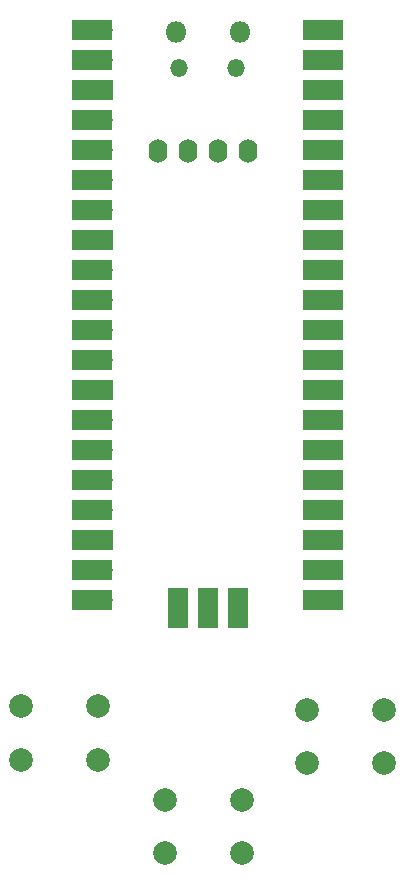
<source format=gbr>
%TF.GenerationSoftware,KiCad,Pcbnew,7.0.10+dfsg-1*%
%TF.CreationDate,2024-01-31T12:43:45+01:00*%
%TF.ProjectId,pcb_chibi,7063625f-6368-4696-9269-2e6b69636164,rev?*%
%TF.SameCoordinates,Original*%
%TF.FileFunction,Soldermask,Bot*%
%TF.FilePolarity,Negative*%
%FSLAX46Y46*%
G04 Gerber Fmt 4.6, Leading zero omitted, Abs format (unit mm)*
G04 Created by KiCad (PCBNEW 7.0.10+dfsg-1) date 2024-01-31 12:43:45*
%MOMM*%
%LPD*%
G01*
G04 APERTURE LIST*
%ADD10C,2.000000*%
%ADD11O,1.600000X2.000000*%
%ADD12R,1.700000X3.500000*%
%ADD13O,1.700000X1.700000*%
%ADD14R,1.700000X1.700000*%
%ADD15R,3.500000X1.700000*%
%ADD16O,1.800000X1.800000*%
%ADD17O,1.500000X1.500000*%
G04 APERTURE END LIST*
D10*
%TO.C,SW1*%
X122555000Y-134040000D03*
X116055000Y-134040000D03*
X122555000Y-129540000D03*
X116055000Y-129540000D03*
%TD*%
%TO.C,SW3*%
X146760000Y-134330000D03*
X140260000Y-134330000D03*
X146760000Y-129830000D03*
X140260000Y-129830000D03*
%TD*%
D11*
%TO.C,Display*%
X135255000Y-82550000D03*
X132715000Y-82550000D03*
X130175000Y-82550000D03*
X127635000Y-82550000D03*
%TD*%
D10*
%TO.C,SW2*%
X134695000Y-141950000D03*
X128195000Y-141950000D03*
X134695000Y-137450000D03*
X128195000Y-137450000D03*
%TD*%
D12*
%TO.C,Pico*%
X129295000Y-121235000D03*
D13*
X129295000Y-120335000D03*
D12*
X131835000Y-121235000D03*
D14*
X131835000Y-120335000D03*
D12*
X134375000Y-121235000D03*
D13*
X134375000Y-120335000D03*
D15*
X122045000Y-72305000D03*
D13*
X122945000Y-72305000D03*
D15*
X122045000Y-74845000D03*
D13*
X122945000Y-74845000D03*
D15*
X122045000Y-77385000D03*
D14*
X122945000Y-77385000D03*
D15*
X122045000Y-79925000D03*
D13*
X122945000Y-79925000D03*
D15*
X122045000Y-82465000D03*
D13*
X122945000Y-82465000D03*
D15*
X122045000Y-85005000D03*
D13*
X122945000Y-85005000D03*
D15*
X122045000Y-87545000D03*
D13*
X122945000Y-87545000D03*
D15*
X122045000Y-90085000D03*
D14*
X122945000Y-90085000D03*
D15*
X122045000Y-92625000D03*
D13*
X122945000Y-92625000D03*
D15*
X122045000Y-95165000D03*
D13*
X122945000Y-95165000D03*
D15*
X122045000Y-97705000D03*
D13*
X122945000Y-97705000D03*
D15*
X122045000Y-100245000D03*
D13*
X122945000Y-100245000D03*
D15*
X122045000Y-102785000D03*
D14*
X122945000Y-102785000D03*
D15*
X122045000Y-105325000D03*
D13*
X122945000Y-105325000D03*
D15*
X122045000Y-107865000D03*
D13*
X122945000Y-107865000D03*
D15*
X122045000Y-110405000D03*
D13*
X122945000Y-110405000D03*
D15*
X122045000Y-112945000D03*
D13*
X122945000Y-112945000D03*
D15*
X122045000Y-115485000D03*
D14*
X122945000Y-115485000D03*
D15*
X122045000Y-118025000D03*
D13*
X122945000Y-118025000D03*
D15*
X122045000Y-120565000D03*
D13*
X122945000Y-120565000D03*
D15*
X141625000Y-120565000D03*
D13*
X140725000Y-120565000D03*
D15*
X141625000Y-118025000D03*
D13*
X140725000Y-118025000D03*
D15*
X141625000Y-115485000D03*
D14*
X140725000Y-115485000D03*
D15*
X141625000Y-112945000D03*
D13*
X140725000Y-112945000D03*
D15*
X141625000Y-110405000D03*
D13*
X140725000Y-110405000D03*
D15*
X141625000Y-107865000D03*
D13*
X140725000Y-107865000D03*
D15*
X141625000Y-105325000D03*
D13*
X140725000Y-105325000D03*
D15*
X141625000Y-102785000D03*
D14*
X140725000Y-102785000D03*
D15*
X141625000Y-100245000D03*
D13*
X140725000Y-100245000D03*
D15*
X141625000Y-97705000D03*
D13*
X140725000Y-97705000D03*
D15*
X141625000Y-95165000D03*
D13*
X140725000Y-95165000D03*
D15*
X141625000Y-92625000D03*
D13*
X140725000Y-92625000D03*
D15*
X141625000Y-90085000D03*
D14*
X140725000Y-90085000D03*
D15*
X141625000Y-87545000D03*
D13*
X140725000Y-87545000D03*
D15*
X141625000Y-85005000D03*
D13*
X140725000Y-85005000D03*
D15*
X141625000Y-82465000D03*
D13*
X140725000Y-82465000D03*
D15*
X141625000Y-79925000D03*
D13*
X140725000Y-79925000D03*
D15*
X141625000Y-77385000D03*
D14*
X140725000Y-77385000D03*
D15*
X141625000Y-74845000D03*
D13*
X140725000Y-74845000D03*
D15*
X141625000Y-72305000D03*
D13*
X140725000Y-72305000D03*
D16*
X129110000Y-72435000D03*
D17*
X129410000Y-75465000D03*
X134260000Y-75465000D03*
D16*
X134560000Y-72435000D03*
%TD*%
M02*

</source>
